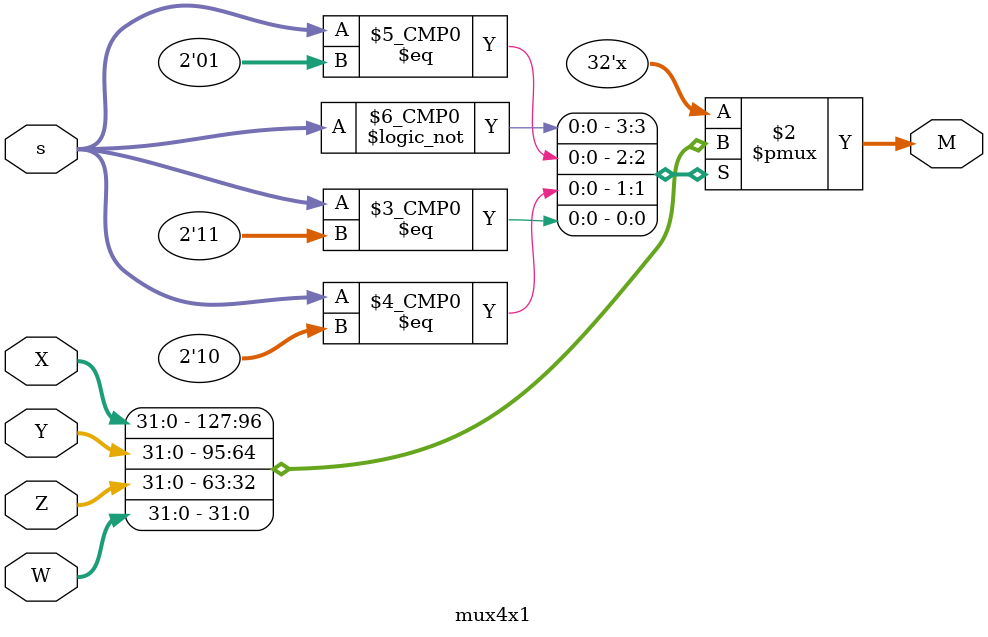
<source format=v>

 
 module mux4x1 (X, Y, Z, W, s, M);

 // Inputs
 input [31:0] X; // First input
 input [31:0] Y; // Second input
 input [31:0] Z; // Third input
 input [31:0] W; // Forth input
 input [1:0] s;	 //Selector line (2 bits)

 // Output
 output reg [31:0] M; //Mux output

 always @(*)

 case (s)
 2'b00: M = X;	// Choose First input if the selector equals "00"
 2'b01: M = Y;	//Choose Second input if the selector equals "01"
 2'b10: M = Z;	//Choose Third input if the selector equals "10"
 2'b11: M = W;	//Choose Forth input if the selector equals "11"
 default: M = 32'hxxxx; // Error state

 endcase
 endmodule
</source>
